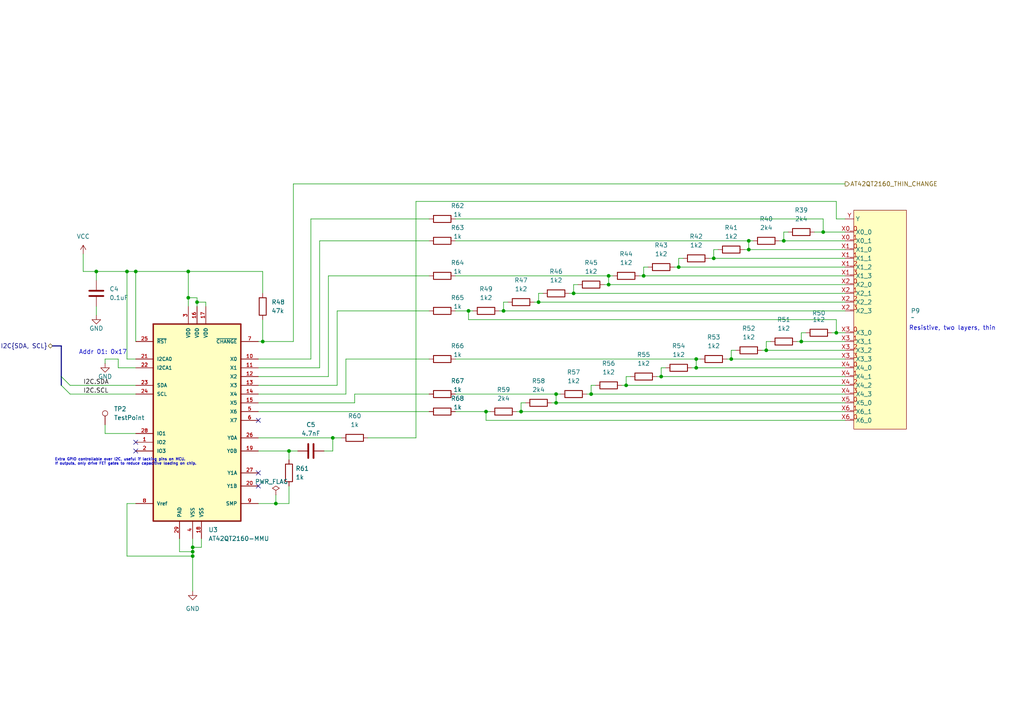
<source format=kicad_sch>
(kicad_sch (version 20231120) (generator "eeschema") (generator_version "8.0")
  (paper "A4")
  (lib_symbols
    (symbol "AT42QT2160-MMU:AT42QT2160-MMU" (pin_names (offset 1.016))
      (property "Reference" "U3" (at 3.2894 -36.83 0))
      (property "Value" "AT42QT2160-MMU" (at 3.2894 -39.37 0))
      (symbol "AT42QT2160-MMU_0_0"
        (rectangle (start -12.7 22.86) (end 12.7 -34.29) (stroke (width 0.4064)) (fill (type background)))
      )
      (symbol "AT42QT2160-MMU_1_0"
        (pin bidirectional line (at -17.78 -11.43 0) (length 5.08) (name "IO2") (number "1"))
        (pin passive line (at 17.78 12.7 180) (length 5.08) (name "X0") (number "10"))
        (pin passive line (at 17.78 10.16 180) (length 5.08) (name "X1") (number "11"))
        (pin passive line (at 17.78 7.62 180) (length 5.08) (name "X2") (number "12"))
        (pin passive line (at 17.78 5.08 180) (length 5.08) (name "X3") (number "13"))
        (pin passive line (at 17.78 2.54 180) (length 5.08) (name "X4") (number "14"))
        (pin passive line (at 17.78 0 180) (length 5.08) (name "X5") (number "15"))
        (pin power_in line (at 0 27.94 270) (length 5.08) (name "VDD") (number "16"))
        (pin power_in line (at 2.54 27.94 270) (length 5.08) (name "VDD") (number "17"))
        (pin power_in line (at 1.27 -39.37 90) (length 5.08) (name "VSS") (number "18"))
        (pin passive line (at 17.78 -13.97 180) (length 5.08) (name "Y0B") (number "19"))
        (pin bidirectional line (at -17.78 -13.97 0) (length 5.08) (name "IO3") (number "2"))
        (pin passive line (at 17.78 -24.13 180) (length 5.08) (name "Y1B") (number "20"))
        (pin input line (at -17.78 12.7 0) (length 5.08) (name "I2CA0") (number "21"))
        (pin input line (at -17.78 10.16 0) (length 5.08) (name "I2CA1") (number "22"))
        (pin bidirectional line (at -17.78 5.08 0) (length 5.08) (name "SDA") (number "23"))
        (pin bidirectional line (at -17.78 2.54 0) (length 5.08) (name "SCL") (number "24"))
        (pin input line (at -17.78 17.78 0) (length 5.08) (name "~{RST}") (number "25"))
        (pin passive line (at 17.78 -10.16 180) (length 5.08) (name "Y0A") (number "26"))
        (pin passive line (at 17.78 -20.32 180) (length 5.08) (name "Y1A") (number "27"))
        (pin bidirectional line (at -17.78 -8.89 0) (length 5.08) (name "IO1") (number "28"))
        (pin power_in line (at -5.08 -39.37 90) (length 5.08) (name "PAD") (number "29"))
        (pin power_in line (at -2.54 27.94 270) (length 5.08) (name "VDD") (number "3"))
        (pin power_in line (at -1.27 -39.37 90) (length 5.08) (name "VSS") (number "4"))
        (pin passive line (at 17.78 -2.54 180) (length 5.08) (name "X6") (number "5"))
        (pin passive line (at 17.78 -5.08 180) (length 5.08) (name "X7") (number "6"))
        (pin output line (at 17.78 17.78 180) (length 5.08) (name "~{CHANGE}") (number "7"))
        (pin power_in line (at -17.78 -29.21 0) (length 5.08) (name "Vref") (number "8"))
        (pin power_in line (at 17.78 -29.21 180) (length 5.08) (name "SMP") (number "9"))
      )
    )
    (symbol "Connector:TestPoint" (pin_numbers hide) (pin_names (offset 0.762) hide)
      (property "Reference" "TP" (at 0 6.858 0))
      (property "Value" "TestPoint" (at 0 5.08 0))
      (symbol "TestPoint_0_1"
        (circle (center 0 3.302) (radius 0.762))
      )
      (symbol "TestPoint_1_1"
        (pin passive line (at 0 0 90) (length 2.54) (name "1") (number "1"))
      )
    )
    (symbol "Device:C" (pin_numbers hide) (pin_names (offset 0.254))
      (property "Reference" "C" (at 0.635 2.54 0))
      (property "Value" "C" (at 0.635 -2.54 0))
      (symbol "C_0_1"
        (polyline (pts (xy -2.032 -0.762) (xy 2.032 -0.762)) (stroke (width 0.508)))
        (polyline (pts (xy -2.032 0.762) (xy 2.032 0.762)) (stroke (width 0.508)))
      )
      (symbol "C_1_1"
        (pin passive line (at 0 3.81 270) (length 2.794) (name "~") (number "1"))
        (pin passive line (at 0 -3.81 90) (length 2.794) (name "~") (number "2"))
      )
    )
    (symbol "Device:R" (pin_numbers hide) (pin_names (offset 0))
      (property "Reference" "R" (at 2.032 0 90))
      (property "Value" "R" (at 0 0 90))
      (symbol "R_0_1"
        (rectangle (start -1.016 -2.54) (end 1.016 2.54) (stroke (width 0.254)))
      )
      (symbol "R_1_1"
        (pin passive line (at 0 3.81 270) (length 1.27) (name "~") (number "1"))
        (pin passive line (at 0 -3.81 90) (length 1.27) (name "~") (number "2"))
      )
    )
    (symbol "Touch:Slider_Resistive_7P_2L"
      (property "Reference" "P" (at 6.35 -53.34 0))
      (symbol "Slider_Resistive_7P_2L_1_1"
        (rectangle (start -7.62 15.24) (end 7.62 -48.26) (fill (type background)))
        (pin output line (at -10.16 8.89 0) (length 2.54) (name "X0_0") (number "X0_0"))
        (pin output line (at -10.16 6.35 0) (length 2.54) (name "X0_1") (number "X0_1"))
        (pin output line (at -10.16 3.81 0) (length 2.54) (name "X1_0") (number "X1_0"))
        (pin output line (at -10.16 1.27 0) (length 2.54) (name "X1_1") (number "X1_1"))
        (pin output line (at -10.16 -1.27 0) (length 2.54) (name "X1_2") (number "X1_2"))
        (pin output line (at -10.16 -3.81 0) (length 2.54) (name "X1_3") (number "X1_3"))
        (pin output line (at -10.16 -6.35 0) (length 2.54) (name "X2_0") (number "X2_0"))
        (pin output line (at -10.16 -8.89 0) (length 2.54) (name "X2_1") (number "X2_1"))
        (pin output line (at -10.16 -11.43 0) (length 2.54) (name "X2_2") (number "X2_2"))
        (pin output line (at -10.16 -13.97 0) (length 2.54) (name "X2_3") (number "X2_3"))
        (pin output line (at -10.16 -20.32 0) (length 2.54) (name "X3_0") (number "X3_0"))
        (pin output line (at -10.16 -22.86 0) (length 2.54) (name "X3_1") (number "X3_1"))
        (pin output line (at -10.16 -25.4 0) (length 2.54) (name "X3_2") (number "X3_2"))
        (pin output line (at -10.16 -27.94 0) (length 2.54) (name "X3_3") (number "X3_3"))
        (pin output line (at -10.16 -30.48 0) (length 2.54) (name "X4_0") (number "X4_0"))
        (pin output line (at -10.16 -33.02 0) (length 2.54) (name "X4_1") (number "X4_1"))
        (pin output line (at -10.16 -35.56 0) (length 2.54) (name "X4_2") (number "X4_2"))
        (pin output line (at -10.16 -38.1 0) (length 2.54) (name "X4_3") (number "X4_3"))
        (pin output line (at -10.16 -40.64 0) (length 2.54) (name "X5_0") (number "X5_0"))
        (pin output line (at -10.16 -45.72 0) (length 2.54) (name "X6_0") (number "X6_0"))
        (pin output line (at -10.16 -43.18 0) (length 2.54) (name "X6_1") (number "X6_1"))
        (pin input line (at -10.16 12.7 0) (length 2.54) (name "Y") (number "Y"))
      )
    )
    (symbol "power:GND" (power) (pin_numbers hide) (pin_names (offset 0) hide)
      (property "Value" "GND" (at 0 -3.81 0))
      (symbol "GND_0_1"
        (polyline (pts (xy 0 0) (xy 0 -1.27) (xy 1.27 -1.27) (xy 0 -2.54) (xy -1.27 -1.27) (xy 0 -1.27)))
      )
      (symbol "GND_1_1"
        (pin power_in line (at 0 0 270) (length 0) (name "~") (number "1"))
      )
    )
    (symbol "power:PWR_FLAG" (power) (pin_numbers hide) (pin_names (offset 0) hide)
      (property "Value" "PWR_FLAG" (at 0 3.81 0))
      (symbol "PWR_FLAG_0_0"
        (pin power_out line (at 0 0 90) (length 0) (name "~") (number "1"))
      )
      (symbol "PWR_FLAG_0_1"
        (polyline (pts (xy 0 0) (xy 0 1.27) (xy -1.016 1.905) (xy 0 2.54) (xy 1.016 1.905) (xy 0 1.27)))
      )
    )
    (symbol "power:VCC" (power) (pin_numbers hide) (pin_names (offset 0) hide)
      (property "Value" "VCC" (at 0 3.556 0))
      (symbol "VCC_0_1"
        (polyline (pts (xy -0.762 1.27) (xy 0 2.54)))
        (polyline (pts (xy 0 0) (xy 0 2.54)))
        (polyline (pts (xy 0 2.54) (xy 0.762 1.27)))
      )
      (symbol "VCC_1_1"
        (pin power_in line (at 0 0 90) (length 0) (name "~") (number "1"))
      )
    )
  )
  (junction (at 186.69 80.01))
  (junction (at 54.61 86.36))
  (junction (at 196.85 77.47))
  (junction (at 156.21 87.63))
  (junction (at 207.01 74.93))
  (junction (at 55.88 160.02))
  (junction (at 80.01 146.05))
  (junction (at 55.88 161.29))
  (junction (at 201.93 104.14))
  (junction (at 176.53 82.55))
  (junction (at 217.17 69.85))
  (junction (at 146.05 90.17))
  (junction (at 39.37 78.74))
  (junction (at 227.33 69.85))
  (junction (at 242.57 96.52))
  (junction (at 212.09 104.14))
  (junction (at 135.89 90.17))
  (junction (at 96.52 127))
  (junction (at 166.37 85.09))
  (junction (at 181.61 111.76))
  (junction (at 191.77 109.22))
  (junction (at 140.97 119.38))
  (junction (at 217.17 72.39))
  (junction (at 54.61 78.74))
  (junction (at 232.41 99.06))
  (junction (at 201.93 106.68))
  (junction (at 222.25 101.6))
  (junction (at 27.94 78.74))
  (junction (at 151.13 119.38))
  (junction (at 76.2 99.06))
  (junction (at 83.82 130.81))
  (junction (at 161.29 116.84))
  (junction (at 171.45 114.3))
  (junction (at 161.29 114.3))
  (junction (at 57.15 87.63))
  (junction (at 238.76 67.31))
  (junction (at 176.53 80.01))
  (junction (at 55.88 158.75))
  (junction (at 36.83 78.74))
  (no_connect (at 74.93 140.97))
  (no_connect (at 39.37 128.27))
  (no_connect (at 39.37 130.81))
  (no_connect (at 74.93 137.16))
  (no_connect (at 74.93 121.92))
  (bus_entry (at 17.78 109.22) (size 2.54 2.54))
  (bus_entry (at 17.78 111.76) (size 2.54 2.54))
  (wire (pts (xy 132.08 63.5) (xy 238.76 63.5)))
  (wire (pts (xy 232.41 99.06) (xy 245.11 99.06)))
  (wire (pts (xy 39.37 78.74) (xy 39.37 99.06)))
  (wire (pts (xy 36.83 78.74) (xy 39.37 78.74)))
  (wire (pts (xy 232.41 96.52) (xy 232.41 99.06)))
  (wire (pts (xy 215.9 72.39) (xy 217.17 72.39)))
  (wire (pts (xy 27.94 78.74) (xy 36.83 78.74)))
  (wire (pts (xy 185.42 80.01) (xy 186.69 80.01)))
  (wire (pts (xy 198.12 74.93) (xy 196.85 74.93)))
  (wire (pts (xy 196.85 77.47) (xy 245.11 77.47)))
  (wire (pts (xy 85.09 99.06) (xy 85.09 53.34)))
  (wire (pts (xy 154.94 87.63) (xy 156.21 87.63)))
  (wire (pts (xy 55.88 161.29) (xy 55.88 171.45)))
  (wire (pts (xy 97.79 111.76) (xy 74.93 111.76)))
  (wire (pts (xy 223.52 99.06) (xy 222.25 99.06)))
  (wire (pts (xy 90.17 63.5) (xy 124.46 63.5)))
  (wire (pts (xy 227.33 69.85) (xy 245.11 69.85)))
  (wire (pts (xy 54.61 78.74) (xy 54.61 86.36)))
  (wire (pts (xy 92.71 106.68) (xy 92.71 69.85)))
  (wire (pts (xy 36.83 146.05) (xy 36.83 161.29)))
  (wire (pts (xy 135.89 90.17) (xy 135.89 92.71)))
  (wire (pts (xy 152.4 116.84) (xy 151.13 116.84)))
  (wire (pts (xy 137.16 90.17) (xy 135.89 90.17)))
  (wire (pts (xy 242.57 58.42) (xy 242.57 63.5)))
  (wire (pts (xy 39.37 146.05) (xy 36.83 146.05)))
  (wire (pts (xy 100.33 114.3) (xy 74.93 114.3)))
  (wire (pts (xy 80.01 143.51) (xy 80.01 146.05)))
  (wire (pts (xy 96.52 127) (xy 99.06 127)))
  (wire (pts (xy 166.37 82.55) (xy 166.37 85.09)))
  (wire (pts (xy 226.06 69.85) (xy 227.33 69.85)))
  (wire (pts (xy 180.34 111.76) (xy 181.61 111.76)))
  (wire (pts (xy 76.2 78.74) (xy 54.61 78.74)))
  (wire (pts (xy 228.6 67.31) (xy 227.33 67.31)))
  (bus (pts (xy 17.78 109.22) (xy 17.78 111.76)))
  (wire (pts (xy 242.57 96.52) (xy 245.11 96.52)))
  (wire (pts (xy 27.94 81.28) (xy 27.94 78.74)))
  (wire (pts (xy 55.88 156.21) (xy 55.88 158.75)))
  (wire (pts (xy 220.98 101.6) (xy 222.25 101.6)))
  (wire (pts (xy 233.68 96.52) (xy 232.41 96.52)))
  (wire (pts (xy 74.93 146.05) (xy 80.01 146.05)))
  (wire (pts (xy 236.22 67.31) (xy 238.76 67.31)))
  (wire (pts (xy 186.69 80.01) (xy 186.69 77.47)))
  (wire (pts (xy 165.1 85.09) (xy 166.37 85.09)))
  (wire (pts (xy 245.11 72.39) (xy 217.17 72.39)))
  (wire (pts (xy 58.42 156.21) (xy 58.42 158.75)))
  (wire (pts (xy 245.11 80.01) (xy 186.69 80.01)))
  (wire (pts (xy 151.13 116.84) (xy 151.13 119.38)))
  (wire (pts (xy 39.37 106.68) (xy 34.29 106.68)))
  (wire (pts (xy 171.45 111.76) (xy 171.45 114.3)))
  (wire (pts (xy 193.04 106.68) (xy 191.77 106.68)))
  (wire (pts (xy 83.82 133.35) (xy 83.82 130.81)))
  (wire (pts (xy 186.69 77.47) (xy 187.96 77.47)))
  (wire (pts (xy 74.93 130.81) (xy 83.82 130.81)))
  (wire (pts (xy 27.94 88.9) (xy 27.94 91.44)))
  (wire (pts (xy 205.74 74.93) (xy 207.01 74.93)))
  (wire (pts (xy 83.82 146.05) (xy 83.82 140.97)))
  (wire (pts (xy 238.76 67.31) (xy 245.11 67.31)))
  (wire (pts (xy 182.88 109.22) (xy 181.61 109.22)))
  (wire (pts (xy 208.28 72.39) (xy 207.01 72.39)))
  (wire (pts (xy 132.08 80.01) (xy 176.53 80.01)))
  (wire (pts (xy 161.29 116.84) (xy 160.02 116.84)))
  (wire (pts (xy 201.93 106.68) (xy 245.11 106.68)))
  (wire (pts (xy 76.2 85.09) (xy 76.2 78.74)))
  (wire (pts (xy 227.33 67.31) (xy 227.33 69.85)))
  (wire (pts (xy 57.15 87.63) (xy 57.15 88.9)))
  (wire (pts (xy 242.57 63.5) (xy 245.11 63.5)))
  (wire (pts (xy 157.48 85.09) (xy 156.21 85.09)))
  (wire (pts (xy 147.32 87.63) (xy 146.05 87.63)))
  (wire (pts (xy 39.37 125.73) (xy 30.48 125.73)))
  (wire (pts (xy 59.69 88.9) (xy 59.69 87.63)))
  (wire (pts (xy 217.17 72.39) (xy 217.17 69.85)))
  (wire (pts (xy 210.82 104.14) (xy 212.09 104.14)))
  (wire (pts (xy 80.01 146.05) (xy 83.82 146.05)))
  (wire (pts (xy 55.88 160.02) (xy 55.88 161.29)))
  (wire (pts (xy 207.01 74.93) (xy 245.11 74.93)))
  (wire (pts (xy 52.07 160.02) (xy 55.88 160.02)))
  (wire (pts (xy 100.33 104.14) (xy 124.46 104.14)))
  (wire (pts (xy 74.93 127) (xy 96.52 127)))
  (wire (pts (xy 97.79 90.17) (xy 97.79 111.76)))
  (wire (pts (xy 30.48 104.14) (xy 30.48 105.41)))
  (wire (pts (xy 151.13 119.38) (xy 245.11 119.38)))
  (wire (pts (xy 149.86 119.38) (xy 151.13 119.38)))
  (wire (pts (xy 76.2 99.06) (xy 85.09 99.06)))
  (wire (pts (xy 181.61 109.22) (xy 181.61 111.76)))
  (wire (pts (xy 24.13 73.66) (xy 24.13 78.74)))
  (wire (pts (xy 95.25 109.22) (xy 74.93 109.22)))
  (wire (pts (xy 90.17 104.14) (xy 74.93 104.14)))
  (wire (pts (xy 217.17 69.85) (xy 218.44 69.85)))
  (wire (pts (xy 171.45 114.3) (xy 170.18 114.3)))
  (wire (pts (xy 96.52 130.81) (xy 96.52 127)))
  (wire (pts (xy 132.08 104.14) (xy 201.93 104.14)))
  (wire (pts (xy 95.25 80.01) (xy 95.25 109.22)))
  (wire (pts (xy 140.97 121.92) (xy 140.97 119.38)))
  (wire (pts (xy 195.58 77.47) (xy 196.85 77.47)))
  (wire (pts (xy 74.93 119.38) (xy 124.46 119.38)))
  (wire (pts (xy 175.26 82.55) (xy 176.53 82.55)))
  (wire (pts (xy 238.76 67.31) (xy 238.76 63.5)))
  (wire (pts (xy 36.83 161.29) (xy 55.88 161.29)))
  (wire (pts (xy 166.37 85.09) (xy 245.11 85.09)))
  (wire (pts (xy 132.08 114.3) (xy 161.29 114.3)))
  (wire (pts (xy 34.29 106.68) (xy 34.29 104.14)))
  (wire (pts (xy 176.53 80.01) (xy 176.53 82.55)))
  (wire (pts (xy 74.93 116.84) (xy 102.87 116.84)))
  (wire (pts (xy 76.2 92.71) (xy 76.2 99.06)))
  (wire (pts (xy 181.61 111.76) (xy 245.11 111.76)))
  (wire (pts (xy 97.79 90.17) (xy 124.46 90.17)))
  (wire (pts (xy 34.29 104.14) (xy 30.48 104.14)))
  (wire (pts (xy 132.08 69.85) (xy 217.17 69.85)))
  (wire (pts (xy 52.07 156.21) (xy 52.07 160.02)))
  (wire (pts (xy 196.85 74.93) (xy 196.85 77.47)))
  (wire (pts (xy 203.2 104.14) (xy 201.93 104.14)))
  (wire (pts (xy 242.57 92.71) (xy 242.57 96.52)))
  (wire (pts (xy 120.65 58.42) (xy 242.57 58.42)))
  (wire (pts (xy 120.65 58.42) (xy 120.65 127)))
  (wire (pts (xy 161.29 114.3) (xy 161.29 116.84)))
  (wire (pts (xy 135.89 92.71) (xy 242.57 92.71)))
  (wire (pts (xy 213.36 101.6) (xy 212.09 101.6)))
  (wire (pts (xy 39.37 104.14) (xy 36.83 104.14)))
  (wire (pts (xy 83.82 130.81) (xy 86.36 130.81)))
  (bus (pts (xy 17.78 100.33) (xy 17.78 109.22)))
  (wire (pts (xy 59.69 87.63) (xy 57.15 87.63)))
  (wire (pts (xy 102.87 114.3) (xy 124.46 114.3)))
  (wire (pts (xy 156.21 87.63) (xy 245.11 87.63)))
  (wire (pts (xy 102.87 116.84) (xy 102.87 114.3)))
  (wire (pts (xy 54.61 86.36) (xy 57.15 86.36)))
  (wire (pts (xy 39.37 111.76) (xy 20.32 111.76)))
  (wire (pts (xy 176.53 80.01) (xy 177.8 80.01)))
  (wire (pts (xy 176.53 82.55) (xy 245.11 82.55)))
  (wire (pts (xy 190.5 109.22) (xy 191.77 109.22)))
  (wire (pts (xy 74.93 99.06) (xy 76.2 99.06)))
  (wire (pts (xy 92.71 69.85) (xy 124.46 69.85)))
  (wire (pts (xy 200.66 106.68) (xy 201.93 106.68)))
  (wire (pts (xy 100.33 104.14) (xy 100.33 114.3)))
  (wire (pts (xy 161.29 116.84) (xy 245.11 116.84)))
  (wire (pts (xy 171.45 114.3) (xy 245.11 114.3)))
  (wire (pts (xy 74.93 106.68) (xy 92.71 106.68)))
  (wire (pts (xy 156.21 85.09) (xy 156.21 87.63)))
  (wire (pts (xy 212.09 101.6) (xy 212.09 104.14)))
  (wire (pts (xy 201.93 104.14) (xy 201.93 106.68)))
  (wire (pts (xy 106.68 127) (xy 120.65 127)))
  (wire (pts (xy 24.13 78.74) (xy 27.94 78.74)))
  (wire (pts (xy 58.42 158.75) (xy 55.88 158.75)))
  (wire (pts (xy 30.48 125.73) (xy 30.48 123.19)))
  (wire (pts (xy 191.77 106.68) (xy 191.77 109.22)))
  (wire (pts (xy 132.08 90.17) (xy 135.89 90.17)))
  (wire (pts (xy 144.78 90.17) (xy 146.05 90.17)))
  (wire (pts (xy 231.14 99.06) (xy 232.41 99.06)))
  (wire (pts (xy 93.98 130.81) (xy 96.52 130.81)))
  (wire (pts (xy 162.56 114.3) (xy 161.29 114.3)))
  (wire (pts (xy 207.01 72.39) (xy 207.01 74.93)))
  (wire (pts (xy 39.37 78.74) (xy 54.61 78.74)))
  (wire (pts (xy 140.97 119.38) (xy 142.24 119.38)))
  (wire (pts (xy 167.64 82.55) (xy 166.37 82.55)))
  (wire (pts (xy 212.09 104.14) (xy 245.11 104.14)))
  (wire (pts (xy 172.72 111.76) (xy 171.45 111.76)))
  (wire (pts (xy 132.08 119.38) (xy 140.97 119.38)))
  (bus (pts (xy 15.24 100.33) (xy 17.78 100.33)))
  (wire (pts (xy 245.11 121.92) (xy 140.97 121.92)))
  (wire (pts (xy 222.25 101.6) (xy 245.11 101.6)))
  (wire (pts (xy 90.17 63.5) (xy 90.17 104.14)))
  (wire (pts (xy 39.37 114.3) (xy 20.32 114.3)))
  (wire (pts (xy 191.77 109.22) (xy 245.11 109.22)))
  (wire (pts (xy 54.61 86.36) (xy 54.61 88.9)))
  (wire (pts (xy 57.15 86.36) (xy 57.15 87.63)))
  (wire (pts (xy 85.09 53.34) (xy 245.11 53.34)))
  (wire (pts (xy 55.88 158.75) (xy 55.88 160.02)))
  (wire (pts (xy 95.25 80.01) (xy 124.46 80.01)))
  (wire (pts (xy 222.25 99.06) (xy 222.25 101.6)))
  (wire (pts (xy 241.3 96.52) (xy 242.57 96.52)))
  (wire (pts (xy 36.83 78.74) (xy 36.83 104.14)))
  (wire (pts (xy 146.05 90.17) (xy 245.11 90.17)))
  (wire (pts (xy 146.05 87.63) (xy 146.05 90.17)))
  (text "Resistive, two layers, thin" (at 276.225 95.25 0) (effects (font (size 1.27 1.27))))
  (text "Extra GPIO controllable over I2C, useful if lacking pins on MCU.\nIf outputs, only drive FET gates to reduce capacitive loading on chip." (at 15.875 133.985 0) (effects (font (size 0.762 0.762)) (justify left)))
  (text "Addr 01: 0x17" (at 29.845 102.235 0) (effects (font (size 1.27 1.27))))
  (label "I2C.SDA" (at 24.13 111.76 0))
  (label "I2C.SCL" (at 24.13 114.3 0))
  (hierarchical_label "AT42QT2160_THIN_CHANGE" (shape output) (at 245.11 53.34 0))
  (hierarchical_label "I2C{SDA, SCL}" (shape bidirectional) (at 15.24 100.33 180))
  (symbol (lib_id "Device:R") (at 207.01 104.14 90) (unit 1)
    (property "Reference" "R53" (at 207.01 97.79 90))
    (property "Value" "1k2" (at 207.01 100.33 90))
    (property "Footprint" "Resistor_SMD:R_0603_1608Metric" (effects (hide yes)))
    (property "Description" "Resistor" (effects (hide yes)))
  )
  (symbol (lib_id "Device:R") (at 227.33 99.06 270) (unit 1)
    (property "Reference" "R51" (at 227.33 92.71 90))
    (property "Value" "1k2" (at 227.33 95.25 90))
    (property "Footprint" "Resistor_SMD:R_0603_1608Metric" (effects (hide yes)))
    (property "Description" "Resistor" (effects (hide yes)))
  )
  (symbol (lib_id "Device:R") (at 128.27 69.85 90) (unit 1)
    (property "Reference" "R63" (at 132.715 66.04 90))
    (property "Value" "1k" (at 132.715 68.58 90))
    (property "Footprint" "Resistor_SMD:R_0603_1608Metric" (effects (hide yes)))
    (property "Description" "Resistor" (effects (hide yes)))
  )
  (symbol (lib_id "power:GND") (at 55.88 171.45 0) (unit 1)
    (property "Reference" "#PWR014" (effects (hide yes)))
    (property "Value" "GND" (at 55.88 176.53 0))
    (property "Description" "Power symbol creates a global label with name \"GND\" , ground" (effects (hide yes)))
  )
  (symbol (lib_id "Device:R") (at 212.09 72.39 90) (unit 1)
    (property "Reference" "R41" (at 212.09 66.04 90))
    (property "Value" "1k2" (at 212.09 68.58 90))
    (property "Footprint" "Resistor_SMD:R_0603_1608Metric" (effects (hide yes)))
    (property "Description" "Resistor" (effects (hide yes)))
  )
  (symbol (lib_id "Device:R") (at 181.61 80.01 90) (unit 1)
    (property "Reference" "R44" (at 181.61 73.66 90))
    (property "Value" "1k2" (at 181.61 76.2 90))
    (property "Footprint" "Resistor_SMD:R_0603_1608Metric" (effects (hide yes)))
    (property "Description" "Resistor" (effects (hide yes)))
  )
  (symbol (lib_id "Device:R") (at 83.82 137.16 180) (unit 1)
    (property "Reference" "R61" (at 85.725 135.89 0) (effects (justify right)))
    (property "Value" "1k" (at 85.725 138.43 0) (effects (justify right)))
    (property "Footprint" "Resistor_SMD:R_0603_1608Metric" (effects (hide yes)))
    (property "Description" "Resistor" (effects (hide yes)))
  )
  (symbol (lib_id "Device:R") (at 176.53 111.76 90) (unit 1)
    (property "Reference" "R56" (at 176.53 105.41 90))
    (property "Value" "1k2" (at 176.53 107.95 90))
    (property "Footprint" "Resistor_SMD:R_0603_1608Metric" (effects (hide yes)))
    (property "Description" "Resistor" (effects (hide yes)))
  )
  (symbol (lib_id "power:GND") (at 27.94 91.44 0) (unit 1)
    (property "Reference" "#PWR012" (effects (hide yes)))
    (property "Value" "GND" (at 27.94 95.25 0))
    (property "Description" "Power symbol creates a global label with name \"GND\" , ground" (effects (hide yes)))
  )
  (symbol (lib_id "Device:R") (at 151.13 87.63 90) (unit 1)
    (property "Reference" "R47" (at 151.13 81.28 90))
    (property "Value" "1k2" (at 151.13 83.82 90))
    (property "Footprint" "Resistor_SMD:R_0603_1608Metric" (effects (hide yes)))
    (property "Description" "Resistor" (effects (hide yes)))
  )
  (symbol (lib_id "Device:R") (at 186.69 109.22 90) (unit 1)
    (property "Reference" "R55" (at 186.69 102.87 90))
    (property "Value" "1k2" (at 186.69 105.41 90))
    (property "Footprint" "Resistor_SMD:R_0603_1608Metric" (effects (hide yes)))
    (property "Description" "Resistor" (effects (hide yes)))
  )
  (symbol (lib_id "power:VCC") (at 24.13 73.66 0) (unit 1)
    (property "Reference" "#PWR010" (effects (hide yes)))
    (property "Value" "VCC" (at 24.13 68.58 0))
    (property "Description" "Power symbol creates a global label with name \"VCC\"" (effects (hide yes)))
  )
  (symbol (lib_id "Device:R") (at 156.21 116.84 90) (unit 1)
    (property "Reference" "R58" (at 156.21 110.49 90))
    (property "Value" "2k4" (at 156.21 113.03 90))
    (property "Footprint" "Resistor_SMD:R_0603_1608Metric" (effects (hide yes)))
    (property "Description" "Resistor" (effects (hide yes)))
  )
  (symbol (lib_id "Device:R") (at 76.2 88.9 0) (unit 1)
    (property "Reference" "R48" (at 78.74 87.6299 0) (effects (justify left)))
    (property "Value" "47k" (at 78.74 90.1699 0) (effects (justify left)))
    (property "Footprint" "Resistor_SMD:R_0603_1608Metric" (effects (hide yes)))
    (property "Description" "Resistor" (effects (hide yes)))
  )
  (symbol (lib_id "Device:R") (at 146.05 119.38 90) (unit 1)
    (property "Reference" "R59" (at 146.05 113.03 90))
    (property "Value" "2k4" (at 146.05 115.57 90))
    (property "Footprint" "Resistor_SMD:R_0603_1608Metric" (effects (hide yes)))
    (property "Description" "Resistor" (effects (hide yes)))
  )
  (symbol (lib_id "Connector:TestPoint") (at 30.48 123.19 0) (unit 1)
    (property "Reference" "TP2" (at 33.02 118.6179 0) (effects (justify left)))
    (property "Value" "TestPoint" (at 33.02 121.1579 0) (effects (justify left)))
    (property "Footprint" "TestPoint:TestPoint_Pad_D3.0mm" (effects (hide yes)))
    (property "Description" "test point" (effects (hide yes)))
  )
  (symbol (lib_id "Device:R") (at 128.27 90.17 90) (unit 1)
    (property "Reference" "R65" (at 132.715 86.36 90))
    (property "Value" "1k" (at 132.715 88.9 90))
    (property "Footprint" "Resistor_SMD:R_0603_1608Metric" (effects (hide yes)))
    (property "Description" "Resistor" (effects (hide yes)))
  )
  (symbol (lib_id "Device:R") (at 102.87 127 90) (unit 1)
    (property "Reference" "R60" (at 102.87 120.65 90))
    (property "Value" "1k" (at 102.87 123.19 90))
    (property "Footprint" "Resistor_SMD:R_0603_1608Metric" (effects (hide yes)))
    (property "Description" "Resistor" (effects (hide yes)))
  )
  (symbol (lib_id "Device:R") (at 232.41 67.31 90) (unit 1)
    (property "Reference" "R39" (at 232.41 60.96 90))
    (property "Value" "2k4" (at 232.41 63.5 90))
    (property "Footprint" "Resistor_SMD:R_0603_1608Metric" (effects (hide yes)))
    (property "Description" "Resistor" (effects (hide yes)))
  )
  (symbol (lib_id "Device:R") (at 196.85 106.68 90) (unit 1)
    (property "Reference" "R54" (at 196.85 100.33 90))
    (property "Value" "1k2" (at 196.85 102.87 90))
    (property "Footprint" "Resistor_SMD:R_0603_1608Metric" (effects (hide yes)))
    (property "Description" "Resistor" (effects (hide yes)))
  )
  (symbol (lib_id "power:PWR_FLAG") (at 80.01 143.51 0) (unit 1)
    (property "Reference" "#FLG04" (effects (hide yes)))
    (property "Value" "PWR_FLAG" (at 78.74 139.7 0))
    (property "Description" "Special symbol for telling ERC where power comes from" (effects (hide yes)))
  )
  (symbol (lib_id "AT42QT2160-MMU:AT42QT2160-MMU") (at 57.15 116.84 0) (unit 1)
    (property "Reference" "U3" (at 60.4394 153.67 0) (effects (justify left)))
    (property "Value" "AT42QT2160-MMU" (at 60.4394 156.21 0) (effects (justify left)))
    (property "Footprint" "Package_DFN_QFN:VQFN-28-1EP_4x4mm_P0.45mm_EP2.4x2.4mm_ThermalVias" (effects (hide yes)))
    (property "MPN" "AT42QT2160-MMU" (effects (hide yes)))
    (property "Purchase-URL" "https://www.snapeda.com/api/url_track_click_mouser/?unipart_id=43796&manufacturer=Microchip&part_name=AT42QT2160-MMU&search_term=at42qt2160" (effects (hide yes)))
  )
  (symbol (lib_id "Device:R") (at 201.93 74.93 90) (unit 1)
    (property "Reference" "R42" (at 201.93 68.58 90))
    (property "Value" "1k2" (at 201.93 71.12 90))
    (property "Footprint" "Resistor_SMD:R_0603_1608Metric" (effects (hide yes)))
    (property "Description" "Resistor" (effects (hide yes)))
  )
  (symbol (lib_id "Device:R") (at 166.37 114.3 90) (unit 1)
    (property "Reference" "R57" (at 166.37 107.95 90))
    (property "Value" "1k2" (at 166.37 110.49 90))
    (property "Footprint" "Resistor_SMD:R_0603_1608Metric" (effects (hide yes)))
    (property "Description" "Resistor" (effects (hide yes)))
  )
  (symbol (lib_id "power:GND") (at 30.48 105.41 0) (unit 1)
    (property "Reference" "#PWR013" (effects (hide yes)))
    (property "Value" "GND" (at 30.48 109.22 0))
    (property "Description" "Power symbol creates a global label with name \"GND\" , ground" (effects (hide yes)))
  )
  (symbol (lib_id "Device:R") (at 128.27 104.14 90) (unit 1)
    (property "Reference" "R66" (at 132.715 100.33 90))
    (property "Value" "1k" (at 132.715 102.87 90))
    (property "Footprint" "Resistor_SMD:R_0603_1608Metric" (effects (hide yes)))
    (property "Description" "Resistor" (effects (hide yes)))
  )
  (symbol (lib_id "Device:R") (at 128.27 119.38 90) (unit 1)
    (property "Reference" "R68" (at 132.715 115.57 90))
    (property "Value" "1k" (at 132.715 118.11 90))
    (property "Footprint" "Resistor_SMD:R_0603_1608Metric" (effects (hide yes)))
    (property "Description" "Resistor" (effects (hide yes)))
  )
  (symbol (lib_id "Device:R") (at 128.27 80.01 90) (unit 1)
    (property "Reference" "R64" (at 132.715 76.2 90))
    (property "Value" "1k" (at 132.715 78.74 90))
    (property "Footprint" "Resistor_SMD:R_0603_1608Metric" (effects (hide yes)))
    (property "Description" "Resistor" (effects (hide yes)))
  )
  (symbol (lib_id "Device:R") (at 128.27 63.5 90) (unit 1)
    (property "Reference" "R62" (at 132.715 59.69 90))
    (property "Value" "1k" (at 132.715 62.23 90))
    (property "Footprint" "Resistor_SMD:R_0603_1608Metric" (effects (hide yes)))
    (property "Description" "Resistor" (effects (hide yes)))
  )
  (symbol (lib_id "Device:C") (at 27.94 85.09 0) (unit 1)
    (property "Reference" "C4" (at 31.75 83.8199 0) (effects (justify left)))
    (property "Value" "0.1uF" (at 31.75 86.3599 0) (effects (justify left)))
    (property "Footprint" "Capacitor_SMD:C_0603_1608Metric" (effects (hide yes)))
    (property "Description" "Unpolarized capacitor" (effects (hide yes)))
  )
  (symbol (lib_id "Device:R") (at 128.27 114.3 90) (unit 1)
    (property "Reference" "R67" (at 132.715 110.49 90))
    (property "Value" "1k" (at 132.715 113.03 90))
    (property "Footprint" "Resistor_SMD:R_0603_1608Metric" (effects (hide yes)))
    (property "Description" "Resistor" (effects (hide yes)))
  )
  (symbol (lib_id "Device:R") (at 171.45 82.55 90) (unit 1)
    (property "Reference" "R45" (at 171.45 76.2 90))
    (property "Value" "1k2" (at 171.45 78.74 90))
    (property "Footprint" "Resistor_SMD:R_0603_1608Metric" (effects (hide yes)))
    (property "Description" "Resistor" (effects (hide yes)))
  )
  (symbol (lib_id "Device:R") (at 140.97 90.17 90) (unit 1)
    (property "Reference" "R49" (at 140.97 83.82 90))
    (property "Value" "1k2" (at 140.97 86.36 90))
    (property "Footprint" "Resistor_SMD:R_0603_1608Metric" (effects (hide yes)))
    (property "Description" "Resistor" (effects (hide yes)))
  )
  (symbol (lib_id "Device:R") (at 217.17 101.6 90) (unit 1)
    (property "Reference" "R52" (at 217.17 95.25 90))
    (property "Value" "1k2" (at 217.17 97.79 90))
    (property "Footprint" "Resistor_SMD:R_0603_1608Metric" (effects (hide yes)))
    (property "Description" "Resistor" (effects (hide yes)))
  )
  (symbol (lib_id "Device:R") (at 161.29 85.09 90) (unit 1)
    (property "Reference" "R46" (at 161.29 78.74 90))
    (property "Value" "1k2" (at 161.29 81.28 90))
    (property "Footprint" "Resistor_SMD:R_0603_1608Metric" (effects (hide yes)))
    (property "Description" "Resistor" (effects (hide yes)))
  )
  (symbol (lib_id "Device:C") (at 90.17 130.81 90) (unit 1)
    (property "Reference" "C5" (at 90.17 123.19 90))
    (property "Value" "4.7nF" (at 90.17 125.73 90))
    (property "Footprint" "Capacitor_SMD:C_0603_1608Metric" (effects (hide yes)))
    (property "Description" "Unpolarized capacitor" (effects (hide yes)))
  )
  (symbol (lib_id "Touch:Slider_Resistive_7P_2L") (at 255.27 76.2 0) (unit 1)
    (property "Reference" "P9" (at 264.16 90.1699 0) (effects (justify left)))
    (property "Value" "~" (at 264.16 92.075 0) (effects (justify left)))
    (property "Footprint" "Touch:Slider_ResistiveInterpolation_Thin_7P_2L" (effects (hide yes)))
  )
  (symbol (lib_id "Device:R") (at 237.49 96.52 90) (unit 1)
    (property "Reference" "R50" (at 237.49 90.805 90))
    (property "Value" "1k2" (at 237.49 92.71 90))
    (property "Footprint" "Resistor_SMD:R_0603_1608Metric" (effects (hide yes)))
    (property "Description" "Resistor" (effects (hide yes)))
  )
  (symbol (lib_id "Device:R") (at 191.77 77.47 90) (unit 1)
    (property "Reference" "R43" (at 191.77 71.12 90))
    (property "Value" "1k2" (at 191.77 73.66 90))
    (property "Footprint" "Resistor_SMD:R_0603_1608Metric" (effects (hide yes)))
    (property "Description" "Resistor" (effects (hide yes)))
  )
  (symbol (lib_id "Device:R") (at 222.25 69.85 270) (unit 1)
    (property "Reference" "R40" (at 222.25 63.5 90))
    (property "Value" "2k4" (at 222.25 66.04 90))
    (property "Footprint" "Resistor_SMD:R_0603_1608Metric" (effects (hide yes)))
    (property "Description" "Resistor" (effects (hide yes)))
  )
)
</source>
